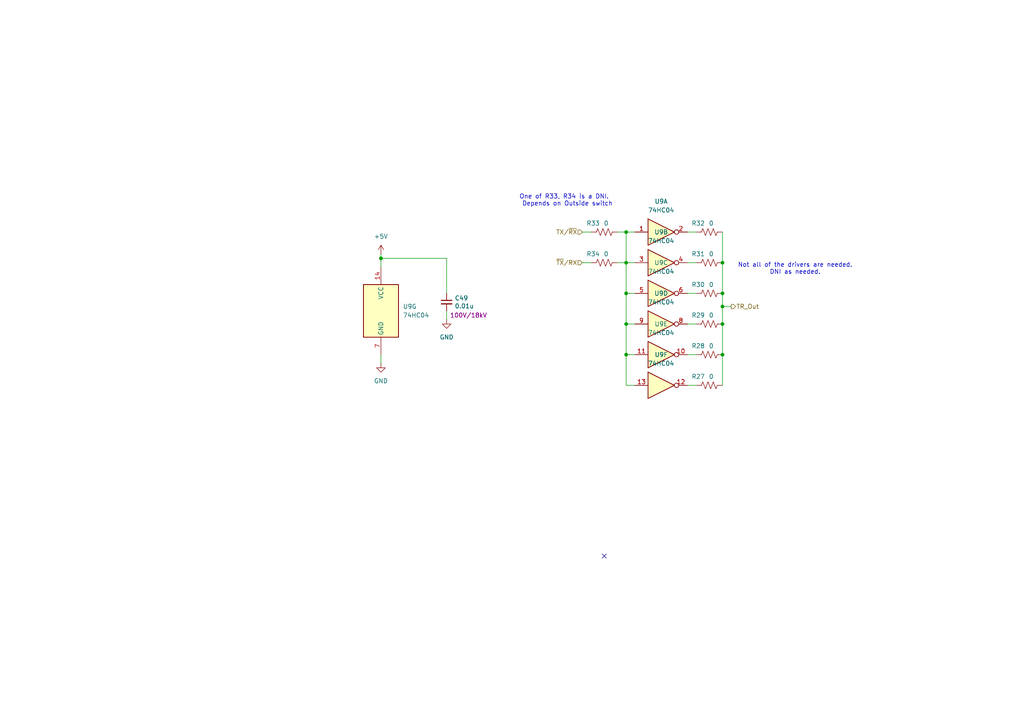
<source format=kicad_sch>
(kicad_sch
	(version 20231120)
	(generator "eeschema")
	(generator_version "8.0")
	(uuid "add2109d-1d0c-489c-8e94-99021d3631a6")
	(paper "A4")
	(lib_symbols
		(symbol "74xx:74HC04"
			(exclude_from_sim no)
			(in_bom yes)
			(on_board yes)
			(property "Reference" "U"
				(at 0 1.27 0)
				(effects
					(font
						(size 1.27 1.27)
					)
				)
			)
			(property "Value" "74HC04"
				(at 0 -1.27 0)
				(effects
					(font
						(size 1.27 1.27)
					)
				)
			)
			(property "Footprint" ""
				(at 0 0 0)
				(effects
					(font
						(size 1.27 1.27)
					)
					(hide yes)
				)
			)
			(property "Datasheet" "https://assets.nexperia.com/documents/data-sheet/74HC_HCT04.pdf"
				(at 0 0 0)
				(effects
					(font
						(size 1.27 1.27)
					)
					(hide yes)
				)
			)
			(property "Description" "Hex Inverter"
				(at 0 0 0)
				(effects
					(font
						(size 1.27 1.27)
					)
					(hide yes)
				)
			)
			(property "ki_locked" ""
				(at 0 0 0)
				(effects
					(font
						(size 1.27 1.27)
					)
				)
			)
			(property "ki_keywords" "HCMOS not inv"
				(at 0 0 0)
				(effects
					(font
						(size 1.27 1.27)
					)
					(hide yes)
				)
			)
			(property "ki_fp_filters" "DIP*W7.62mm* SSOP?14* TSSOP?14*"
				(at 0 0 0)
				(effects
					(font
						(size 1.27 1.27)
					)
					(hide yes)
				)
			)
			(symbol "74HC04_1_0"
				(polyline
					(pts
						(xy -3.81 3.81) (xy -3.81 -3.81) (xy 3.81 0) (xy -3.81 3.81)
					)
					(stroke
						(width 0.254)
						(type default)
					)
					(fill
						(type background)
					)
				)
				(pin input line
					(at -7.62 0 0)
					(length 3.81)
					(name "~"
						(effects
							(font
								(size 1.27 1.27)
							)
						)
					)
					(number "1"
						(effects
							(font
								(size 1.27 1.27)
							)
						)
					)
				)
				(pin output inverted
					(at 7.62 0 180)
					(length 3.81)
					(name "~"
						(effects
							(font
								(size 1.27 1.27)
							)
						)
					)
					(number "2"
						(effects
							(font
								(size 1.27 1.27)
							)
						)
					)
				)
			)
			(symbol "74HC04_2_0"
				(polyline
					(pts
						(xy -3.81 3.81) (xy -3.81 -3.81) (xy 3.81 0) (xy -3.81 3.81)
					)
					(stroke
						(width 0.254)
						(type default)
					)
					(fill
						(type background)
					)
				)
				(pin input line
					(at -7.62 0 0)
					(length 3.81)
					(name "~"
						(effects
							(font
								(size 1.27 1.27)
							)
						)
					)
					(number "3"
						(effects
							(font
								(size 1.27 1.27)
							)
						)
					)
				)
				(pin output inverted
					(at 7.62 0 180)
					(length 3.81)
					(name "~"
						(effects
							(font
								(size 1.27 1.27)
							)
						)
					)
					(number "4"
						(effects
							(font
								(size 1.27 1.27)
							)
						)
					)
				)
			)
			(symbol "74HC04_3_0"
				(polyline
					(pts
						(xy -3.81 3.81) (xy -3.81 -3.81) (xy 3.81 0) (xy -3.81 3.81)
					)
					(stroke
						(width 0.254)
						(type default)
					)
					(fill
						(type background)
					)
				)
				(pin input line
					(at -7.62 0 0)
					(length 3.81)
					(name "~"
						(effects
							(font
								(size 1.27 1.27)
							)
						)
					)
					(number "5"
						(effects
							(font
								(size 1.27 1.27)
							)
						)
					)
				)
				(pin output inverted
					(at 7.62 0 180)
					(length 3.81)
					(name "~"
						(effects
							(font
								(size 1.27 1.27)
							)
						)
					)
					(number "6"
						(effects
							(font
								(size 1.27 1.27)
							)
						)
					)
				)
			)
			(symbol "74HC04_4_0"
				(polyline
					(pts
						(xy -3.81 3.81) (xy -3.81 -3.81) (xy 3.81 0) (xy -3.81 3.81)
					)
					(stroke
						(width 0.254)
						(type default)
					)
					(fill
						(type background)
					)
				)
				(pin output inverted
					(at 7.62 0 180)
					(length 3.81)
					(name "~"
						(effects
							(font
								(size 1.27 1.27)
							)
						)
					)
					(number "8"
						(effects
							(font
								(size 1.27 1.27)
							)
						)
					)
				)
				(pin input line
					(at -7.62 0 0)
					(length 3.81)
					(name "~"
						(effects
							(font
								(size 1.27 1.27)
							)
						)
					)
					(number "9"
						(effects
							(font
								(size 1.27 1.27)
							)
						)
					)
				)
			)
			(symbol "74HC04_5_0"
				(polyline
					(pts
						(xy -3.81 3.81) (xy -3.81 -3.81) (xy 3.81 0) (xy -3.81 3.81)
					)
					(stroke
						(width 0.254)
						(type default)
					)
					(fill
						(type background)
					)
				)
				(pin output inverted
					(at 7.62 0 180)
					(length 3.81)
					(name "~"
						(effects
							(font
								(size 1.27 1.27)
							)
						)
					)
					(number "10"
						(effects
							(font
								(size 1.27 1.27)
							)
						)
					)
				)
				(pin input line
					(at -7.62 0 0)
					(length 3.81)
					(name "~"
						(effects
							(font
								(size 1.27 1.27)
							)
						)
					)
					(number "11"
						(effects
							(font
								(size 1.27 1.27)
							)
						)
					)
				)
			)
			(symbol "74HC04_6_0"
				(polyline
					(pts
						(xy -3.81 3.81) (xy -3.81 -3.81) (xy 3.81 0) (xy -3.81 3.81)
					)
					(stroke
						(width 0.254)
						(type default)
					)
					(fill
						(type background)
					)
				)
				(pin output inverted
					(at 7.62 0 180)
					(length 3.81)
					(name "~"
						(effects
							(font
								(size 1.27 1.27)
							)
						)
					)
					(number "12"
						(effects
							(font
								(size 1.27 1.27)
							)
						)
					)
				)
				(pin input line
					(at -7.62 0 0)
					(length 3.81)
					(name "~"
						(effects
							(font
								(size 1.27 1.27)
							)
						)
					)
					(number "13"
						(effects
							(font
								(size 1.27 1.27)
							)
						)
					)
				)
			)
			(symbol "74HC04_7_0"
				(pin power_in line
					(at 0 12.7 270)
					(length 5.08)
					(name "VCC"
						(effects
							(font
								(size 1.27 1.27)
							)
						)
					)
					(number "14"
						(effects
							(font
								(size 1.27 1.27)
							)
						)
					)
				)
				(pin power_in line
					(at 0 -12.7 90)
					(length 5.08)
					(name "GND"
						(effects
							(font
								(size 1.27 1.27)
							)
						)
					)
					(number "7"
						(effects
							(font
								(size 1.27 1.27)
							)
						)
					)
				)
			)
			(symbol "74HC04_7_1"
				(rectangle
					(start -5.08 7.62)
					(end 5.08 -7.62)
					(stroke
						(width 0.254)
						(type default)
					)
					(fill
						(type background)
					)
				)
			)
		)
		(symbol "Device:C_Small"
			(pin_numbers hide)
			(pin_names
				(offset 0.254) hide)
			(exclude_from_sim no)
			(in_bom yes)
			(on_board yes)
			(property "Reference" "C"
				(at 0.254 1.778 0)
				(effects
					(font
						(size 1.27 1.27)
					)
					(justify left)
				)
			)
			(property "Value" "C_Small"
				(at 0.254 -2.032 0)
				(effects
					(font
						(size 1.27 1.27)
					)
					(justify left)
				)
			)
			(property "Footprint" ""
				(at 0 0 0)
				(effects
					(font
						(size 1.27 1.27)
					)
					(hide yes)
				)
			)
			(property "Datasheet" "~"
				(at 0 0 0)
				(effects
					(font
						(size 1.27 1.27)
					)
					(hide yes)
				)
			)
			(property "Description" "Unpolarized capacitor, small symbol"
				(at 0 0 0)
				(effects
					(font
						(size 1.27 1.27)
					)
					(hide yes)
				)
			)
			(property "ki_keywords" "capacitor cap"
				(at 0 0 0)
				(effects
					(font
						(size 1.27 1.27)
					)
					(hide yes)
				)
			)
			(property "ki_fp_filters" "C_*"
				(at 0 0 0)
				(effects
					(font
						(size 1.27 1.27)
					)
					(hide yes)
				)
			)
			(symbol "C_Small_0_1"
				(polyline
					(pts
						(xy -1.524 -0.508) (xy 1.524 -0.508)
					)
					(stroke
						(width 0.3302)
						(type default)
					)
					(fill
						(type none)
					)
				)
				(polyline
					(pts
						(xy -1.524 0.508) (xy 1.524 0.508)
					)
					(stroke
						(width 0.3048)
						(type default)
					)
					(fill
						(type none)
					)
				)
			)
			(symbol "C_Small_1_1"
				(pin passive line
					(at 0 2.54 270)
					(length 2.032)
					(name "~"
						(effects
							(font
								(size 1.27 1.27)
							)
						)
					)
					(number "1"
						(effects
							(font
								(size 1.27 1.27)
							)
						)
					)
				)
				(pin passive line
					(at 0 -2.54 90)
					(length 2.032)
					(name "~"
						(effects
							(font
								(size 1.27 1.27)
							)
						)
					)
					(number "2"
						(effects
							(font
								(size 1.27 1.27)
							)
						)
					)
				)
			)
		)
		(symbol "Device:R_US"
			(pin_numbers hide)
			(pin_names
				(offset 0)
			)
			(exclude_from_sim no)
			(in_bom yes)
			(on_board yes)
			(property "Reference" "R"
				(at 2.54 0 90)
				(effects
					(font
						(size 1.27 1.27)
					)
				)
			)
			(property "Value" "R_US"
				(at -2.54 0 90)
				(effects
					(font
						(size 1.27 1.27)
					)
				)
			)
			(property "Footprint" ""
				(at 1.016 -0.254 90)
				(effects
					(font
						(size 1.27 1.27)
					)
					(hide yes)
				)
			)
			(property "Datasheet" "~"
				(at 0 0 0)
				(effects
					(font
						(size 1.27 1.27)
					)
					(hide yes)
				)
			)
			(property "Description" "Resistor, US symbol"
				(at 0 0 0)
				(effects
					(font
						(size 1.27 1.27)
					)
					(hide yes)
				)
			)
			(property "ki_keywords" "R res resistor"
				(at 0 0 0)
				(effects
					(font
						(size 1.27 1.27)
					)
					(hide yes)
				)
			)
			(property "ki_fp_filters" "R_*"
				(at 0 0 0)
				(effects
					(font
						(size 1.27 1.27)
					)
					(hide yes)
				)
			)
			(symbol "R_US_0_1"
				(polyline
					(pts
						(xy 0 -2.286) (xy 0 -2.54)
					)
					(stroke
						(width 0)
						(type default)
					)
					(fill
						(type none)
					)
				)
				(polyline
					(pts
						(xy 0 2.286) (xy 0 2.54)
					)
					(stroke
						(width 0)
						(type default)
					)
					(fill
						(type none)
					)
				)
				(polyline
					(pts
						(xy 0 -0.762) (xy 1.016 -1.143) (xy 0 -1.524) (xy -1.016 -1.905) (xy 0 -2.286)
					)
					(stroke
						(width 0)
						(type default)
					)
					(fill
						(type none)
					)
				)
				(polyline
					(pts
						(xy 0 0.762) (xy 1.016 0.381) (xy 0 0) (xy -1.016 -0.381) (xy 0 -0.762)
					)
					(stroke
						(width 0)
						(type default)
					)
					(fill
						(type none)
					)
				)
				(polyline
					(pts
						(xy 0 2.286) (xy 1.016 1.905) (xy 0 1.524) (xy -1.016 1.143) (xy 0 0.762)
					)
					(stroke
						(width 0)
						(type default)
					)
					(fill
						(type none)
					)
				)
			)
			(symbol "R_US_1_1"
				(pin passive line
					(at 0 3.81 270)
					(length 1.27)
					(name "~"
						(effects
							(font
								(size 1.27 1.27)
							)
						)
					)
					(number "1"
						(effects
							(font
								(size 1.27 1.27)
							)
						)
					)
				)
				(pin passive line
					(at 0 -3.81 90)
					(length 1.27)
					(name "~"
						(effects
							(font
								(size 1.27 1.27)
							)
						)
					)
					(number "2"
						(effects
							(font
								(size 1.27 1.27)
							)
						)
					)
				)
			)
		)
		(symbol "power:+5V"
			(power)
			(pin_numbers hide)
			(pin_names
				(offset 0) hide)
			(exclude_from_sim no)
			(in_bom yes)
			(on_board yes)
			(property "Reference" "#PWR"
				(at 0 -3.81 0)
				(effects
					(font
						(size 1.27 1.27)
					)
					(hide yes)
				)
			)
			(property "Value" "+5V"
				(at 0 3.556 0)
				(effects
					(font
						(size 1.27 1.27)
					)
				)
			)
			(property "Footprint" ""
				(at 0 0 0)
				(effects
					(font
						(size 1.27 1.27)
					)
					(hide yes)
				)
			)
			(property "Datasheet" ""
				(at 0 0 0)
				(effects
					(font
						(size 1.27 1.27)
					)
					(hide yes)
				)
			)
			(property "Description" "Power symbol creates a global label with name \"+5V\""
				(at 0 0 0)
				(effects
					(font
						(size 1.27 1.27)
					)
					(hide yes)
				)
			)
			(property "ki_keywords" "global power"
				(at 0 0 0)
				(effects
					(font
						(size 1.27 1.27)
					)
					(hide yes)
				)
			)
			(symbol "+5V_0_1"
				(polyline
					(pts
						(xy -0.762 1.27) (xy 0 2.54)
					)
					(stroke
						(width 0)
						(type default)
					)
					(fill
						(type none)
					)
				)
				(polyline
					(pts
						(xy 0 0) (xy 0 2.54)
					)
					(stroke
						(width 0)
						(type default)
					)
					(fill
						(type none)
					)
				)
				(polyline
					(pts
						(xy 0 2.54) (xy 0.762 1.27)
					)
					(stroke
						(width 0)
						(type default)
					)
					(fill
						(type none)
					)
				)
			)
			(symbol "+5V_1_1"
				(pin power_in line
					(at 0 0 90)
					(length 0)
					(name "~"
						(effects
							(font
								(size 1.27 1.27)
							)
						)
					)
					(number "1"
						(effects
							(font
								(size 1.27 1.27)
							)
						)
					)
				)
			)
		)
		(symbol "power:GND"
			(power)
			(pin_numbers hide)
			(pin_names
				(offset 0) hide)
			(exclude_from_sim no)
			(in_bom yes)
			(on_board yes)
			(property "Reference" "#PWR"
				(at 0 -6.35 0)
				(effects
					(font
						(size 1.27 1.27)
					)
					(hide yes)
				)
			)
			(property "Value" "GND"
				(at 0 -3.81 0)
				(effects
					(font
						(size 1.27 1.27)
					)
				)
			)
			(property "Footprint" ""
				(at 0 0 0)
				(effects
					(font
						(size 1.27 1.27)
					)
					(hide yes)
				)
			)
			(property "Datasheet" ""
				(at 0 0 0)
				(effects
					(font
						(size 1.27 1.27)
					)
					(hide yes)
				)
			)
			(property "Description" "Power symbol creates a global label with name \"GND\" , ground"
				(at 0 0 0)
				(effects
					(font
						(size 1.27 1.27)
					)
					(hide yes)
				)
			)
			(property "ki_keywords" "global power"
				(at 0 0 0)
				(effects
					(font
						(size 1.27 1.27)
					)
					(hide yes)
				)
			)
			(symbol "GND_0_1"
				(polyline
					(pts
						(xy 0 0) (xy 0 -1.27) (xy 1.27 -1.27) (xy 0 -2.54) (xy -1.27 -1.27) (xy 0 -1.27)
					)
					(stroke
						(width 0)
						(type default)
					)
					(fill
						(type none)
					)
				)
			)
			(symbol "GND_1_1"
				(pin power_in line
					(at 0 0 270)
					(length 0)
					(name "~"
						(effects
							(font
								(size 1.27 1.27)
							)
						)
					)
					(number "1"
						(effects
							(font
								(size 1.27 1.27)
							)
						)
					)
				)
			)
		)
	)
	(junction
		(at 209.55 85.09)
		(diameter 0)
		(color 0 0 0 0)
		(uuid "0e530125-2899-4d59-95a8-71606b88badc")
	)
	(junction
		(at 181.61 76.2)
		(diameter 0)
		(color 0 0 0 0)
		(uuid "18eb534a-d057-4e54-8e98-9a32157e1229")
	)
	(junction
		(at 181.61 102.87)
		(diameter 0)
		(color 0 0 0 0)
		(uuid "25599b0a-6330-49d2-b535-8c7591137bf0")
	)
	(junction
		(at 181.61 93.98)
		(diameter 0)
		(color 0 0 0 0)
		(uuid "2a0f8f13-3e06-49ae-b1dc-2fa9596a9e40")
	)
	(junction
		(at 181.61 85.09)
		(diameter 0)
		(color 0 0 0 0)
		(uuid "485dfdd7-800e-4d91-8937-c2d4bdfab597")
	)
	(junction
		(at 181.61 67.31)
		(diameter 0)
		(color 0 0 0 0)
		(uuid "725367ef-5631-45fe-ad94-ef902a9149d4")
	)
	(junction
		(at 209.55 88.9)
		(diameter 0)
		(color 0 0 0 0)
		(uuid "ac2d6797-1ac9-454a-9e1c-9119dece145c")
	)
	(junction
		(at 209.55 76.2)
		(diameter 0)
		(color 0 0 0 0)
		(uuid "b9f1b4d5-a9ee-4a7b-b4d3-9e34987e9e6b")
	)
	(junction
		(at 110.49 74.93)
		(diameter 0)
		(color 0 0 0 0)
		(uuid "bc4cad30-756c-4dbc-aff7-152f47483e43")
	)
	(junction
		(at 209.55 102.87)
		(diameter 0)
		(color 0 0 0 0)
		(uuid "c5fc7f18-8e05-402c-af17-ebd89df20ba3")
	)
	(junction
		(at 209.55 93.98)
		(diameter 0)
		(color 0 0 0 0)
		(uuid "fe4e672e-ec3e-452a-b097-b6b7491ebae2")
	)
	(no_connect
		(at 175.26 161.29)
		(uuid "34587f29-eb74-4088-a5f5-891e368a3ae6")
	)
	(wire
		(pts
			(xy 181.61 102.87) (xy 181.61 111.76)
		)
		(stroke
			(width 0)
			(type default)
		)
		(uuid "019b5c3f-a3ed-47be-b2ed-6e9b38194893")
	)
	(wire
		(pts
			(xy 199.39 85.09) (xy 201.93 85.09)
		)
		(stroke
			(width 0)
			(type default)
		)
		(uuid "04df9df4-34ed-4a48-b8ab-bbfd74cc4931")
	)
	(wire
		(pts
			(xy 199.39 93.98) (xy 201.93 93.98)
		)
		(stroke
			(width 0)
			(type default)
		)
		(uuid "0d70afac-2681-4786-a06e-e8a1b3bc45e3")
	)
	(wire
		(pts
			(xy 181.61 93.98) (xy 181.61 102.87)
		)
		(stroke
			(width 0)
			(type default)
		)
		(uuid "12fe4a80-9b5b-4b6e-9ec2-b38da95dc29a")
	)
	(wire
		(pts
			(xy 181.61 76.2) (xy 181.61 85.09)
		)
		(stroke
			(width 0)
			(type default)
		)
		(uuid "1cd09200-baf1-42b9-baab-98ae7e79508f")
	)
	(wire
		(pts
			(xy 209.55 76.2) (xy 209.55 85.09)
		)
		(stroke
			(width 0)
			(type default)
		)
		(uuid "2d5b9d3d-fb57-4172-9c29-e865b7161a6c")
	)
	(wire
		(pts
			(xy 129.54 90.17) (xy 129.54 92.71)
		)
		(stroke
			(width 0)
			(type default)
		)
		(uuid "35080e36-b831-43fe-a6b6-04b6d64e1986")
	)
	(wire
		(pts
			(xy 199.39 76.2) (xy 201.93 76.2)
		)
		(stroke
			(width 0)
			(type default)
		)
		(uuid "48a89a3b-583d-4038-96e1-da4c7e3b8578")
	)
	(wire
		(pts
			(xy 110.49 102.87) (xy 110.49 105.41)
		)
		(stroke
			(width 0)
			(type default)
		)
		(uuid "572beb69-ad57-4faf-aaf9-be5246e89d17")
	)
	(wire
		(pts
			(xy 168.91 76.2) (xy 171.45 76.2)
		)
		(stroke
			(width 0)
			(type default)
		)
		(uuid "65691a40-5931-46b0-a7a1-519f2ce3d8c9")
	)
	(wire
		(pts
			(xy 181.61 76.2) (xy 184.15 76.2)
		)
		(stroke
			(width 0)
			(type default)
		)
		(uuid "68a9efbd-c3da-4c2c-b95e-c7949ed67790")
	)
	(wire
		(pts
			(xy 110.49 74.93) (xy 129.54 74.93)
		)
		(stroke
			(width 0)
			(type default)
		)
		(uuid "6a1ba26a-81bc-4f76-a651-0554c7d8c95c")
	)
	(wire
		(pts
			(xy 181.61 67.31) (xy 184.15 67.31)
		)
		(stroke
			(width 0)
			(type default)
		)
		(uuid "706feca2-20f3-4403-8206-b5c8e08a7126")
	)
	(wire
		(pts
			(xy 179.07 76.2) (xy 181.61 76.2)
		)
		(stroke
			(width 0)
			(type default)
		)
		(uuid "754307da-0718-4044-9084-06fb983e79a2")
	)
	(wire
		(pts
			(xy 209.55 67.31) (xy 209.55 76.2)
		)
		(stroke
			(width 0)
			(type default)
		)
		(uuid "7a59d0ec-025a-4c42-8564-07da01d77268")
	)
	(wire
		(pts
			(xy 181.61 102.87) (xy 184.15 102.87)
		)
		(stroke
			(width 0)
			(type default)
		)
		(uuid "7c777bec-2470-4b2d-b5a5-b0f8ac7c2559")
	)
	(wire
		(pts
			(xy 181.61 111.76) (xy 184.15 111.76)
		)
		(stroke
			(width 0)
			(type default)
		)
		(uuid "8364ce12-39e7-4cda-9b83-ef03eecd5a23")
	)
	(wire
		(pts
			(xy 110.49 73.66) (xy 110.49 74.93)
		)
		(stroke
			(width 0)
			(type default)
		)
		(uuid "8a7dcd4c-c8ea-4338-a5df-4ec5ffd5dbf7")
	)
	(wire
		(pts
			(xy 110.49 74.93) (xy 110.49 77.47)
		)
		(stroke
			(width 0)
			(type default)
		)
		(uuid "8fda5599-cc3e-46aa-9755-f1ea0eeecfcc")
	)
	(wire
		(pts
			(xy 181.61 85.09) (xy 181.61 93.98)
		)
		(stroke
			(width 0)
			(type default)
		)
		(uuid "9087a617-d199-4bb7-990b-c2f4feb2e15f")
	)
	(wire
		(pts
			(xy 181.61 93.98) (xy 184.15 93.98)
		)
		(stroke
			(width 0)
			(type default)
		)
		(uuid "b810c6c9-3784-4daf-bb1e-66920b0fbf4d")
	)
	(wire
		(pts
			(xy 209.55 93.98) (xy 209.55 102.87)
		)
		(stroke
			(width 0)
			(type default)
		)
		(uuid "ba48fd82-f254-4808-b5af-eb2a27af0232")
	)
	(wire
		(pts
			(xy 179.07 67.31) (xy 181.61 67.31)
		)
		(stroke
			(width 0)
			(type default)
		)
		(uuid "bbfde67d-5fac-4b6e-a922-466c454d35d9")
	)
	(wire
		(pts
			(xy 199.39 111.76) (xy 201.93 111.76)
		)
		(stroke
			(width 0)
			(type default)
		)
		(uuid "bf548b73-300e-44ee-9aff-7eb4e9179473")
	)
	(wire
		(pts
			(xy 168.91 67.31) (xy 171.45 67.31)
		)
		(stroke
			(width 0)
			(type default)
		)
		(uuid "ce33c12e-26ca-41a7-b8b8-cf8a292ebfc3")
	)
	(wire
		(pts
			(xy 199.39 102.87) (xy 201.93 102.87)
		)
		(stroke
			(width 0)
			(type default)
		)
		(uuid "cf7aafe7-6bfd-41a0-8ced-79a8b7694d4d")
	)
	(wire
		(pts
			(xy 199.39 67.31) (xy 201.93 67.31)
		)
		(stroke
			(width 0)
			(type default)
		)
		(uuid "d9c2156f-56f7-4f78-bede-0d0bc35d7159")
	)
	(wire
		(pts
			(xy 209.55 102.87) (xy 209.55 111.76)
		)
		(stroke
			(width 0)
			(type default)
		)
		(uuid "da4186fd-5520-49c7-87aa-37c7c45f0def")
	)
	(wire
		(pts
			(xy 212.09 88.9) (xy 209.55 88.9)
		)
		(stroke
			(width 0)
			(type default)
		)
		(uuid "dbb2ecac-5c62-48b5-9871-e2e3921fecf4")
	)
	(wire
		(pts
			(xy 129.54 74.93) (xy 129.54 85.09)
		)
		(stroke
			(width 0)
			(type default)
		)
		(uuid "f42ed016-151e-4e36-8826-d80c0e75ea75")
	)
	(wire
		(pts
			(xy 209.55 88.9) (xy 209.55 93.98)
		)
		(stroke
			(width 0)
			(type default)
		)
		(uuid "f6385732-a6d8-4cfd-8eac-6f815471be95")
	)
	(wire
		(pts
			(xy 181.61 85.09) (xy 184.15 85.09)
		)
		(stroke
			(width 0)
			(type default)
		)
		(uuid "f79cc7b0-99ce-4ca4-9010-a98284d64ef2")
	)
	(wire
		(pts
			(xy 181.61 67.31) (xy 181.61 76.2)
		)
		(stroke
			(width 0)
			(type default)
		)
		(uuid "fe1899e0-d235-4eb8-be9a-9768b8cab611")
	)
	(wire
		(pts
			(xy 209.55 85.09) (xy 209.55 88.9)
		)
		(stroke
			(width 0)
			(type default)
		)
		(uuid "fe229def-623c-4a9d-a5d6-74153a0a17dc")
	)
	(text "One of R33, R34 is a DNI.  \nDepends on Outside switch"
		(exclude_from_sim no)
		(at 164.592 58.166 0)
		(effects
			(font
				(size 1.27 1.27)
			)
		)
		(uuid "26e1e48f-fe90-49aa-a683-f94683dc8400")
	)
	(text "Not all of the drivers are needed.\nDNI as needed."
		(exclude_from_sim no)
		(at 230.632 77.978 0)
		(effects
			(font
				(size 1.27 1.27)
			)
		)
		(uuid "e8e8926e-0f5c-4389-9bc7-3e68d7ab0e1e")
	)
	(hierarchical_label "TX{slash}~{RX}"
		(shape input)
		(at 168.91 67.31 180)
		(fields_autoplaced yes)
		(effects
			(font
				(size 1.27 1.27)
			)
			(justify right)
		)
		(uuid "202cb6e7-57dc-4f7e-945a-1615eaed51e2")
	)
	(hierarchical_label "TR_Out"
		(shape output)
		(at 212.09 88.9 0)
		(fields_autoplaced yes)
		(effects
			(font
				(size 1.27 1.27)
			)
			(justify left)
		)
		(uuid "42c79b93-f12a-48db-bf1d-a1deeff88111")
	)
	(hierarchical_label "~{TX}{slash}RX"
		(shape input)
		(at 168.91 76.2 180)
		(fields_autoplaced yes)
		(effects
			(font
				(size 1.27 1.27)
			)
			(justify right)
		)
		(uuid "8c57252f-b052-434e-bf0d-2f5080f05e72")
	)
	(symbol
		(lib_id "74xx:74HC04")
		(at 191.77 76.2 0)
		(unit 2)
		(exclude_from_sim no)
		(in_bom yes)
		(on_board yes)
		(dnp no)
		(fields_autoplaced yes)
		(uuid "0518243f-268c-4089-b068-0ee3d72c329b")
		(property "Reference" "U9"
			(at 191.77 67.31 0)
			(effects
				(font
					(size 1.27 1.27)
				)
			)
		)
		(property "Value" "74HC04"
			(at 191.77 69.85 0)
			(effects
				(font
					(size 1.27 1.27)
				)
			)
		)
		(property "Footprint" "Package_SO:TSSOP-14_4.4x5mm_P0.65mm"
			(at 191.77 76.2 0)
			(effects
				(font
					(size 1.27 1.27)
				)
				(hide yes)
			)
		)
		(property "Datasheet" "https://assets.nexperia.com/documents/data-sheet/74HC_HCT04.pdf"
			(at 191.77 76.2 0)
			(effects
				(font
					(size 1.27 1.27)
				)
				(hide yes)
			)
		)
		(property "Description" "Hex Inverter"
			(at 191.77 76.2 0)
			(effects
				(font
					(size 1.27 1.27)
				)
				(hide yes)
			)
		)
		(pin "1"
			(uuid "8b56a36b-c07f-4df3-834b-00d00568cc08")
		)
		(pin "13"
			(uuid "00f66fb5-bc28-41f0-809d-16d3b2565527")
		)
		(pin "14"
			(uuid "bf6480cc-927d-4c04-8826-a8d1600d1b9c")
		)
		(pin "11"
			(uuid "12d34c74-2366-47b1-9047-f9a10f7f88c0")
		)
		(pin "5"
			(uuid "802c9b52-94d4-4dc5-ada2-a90e970814df")
		)
		(pin "2"
			(uuid "339f6871-51f5-40ba-8ef1-4630b930972b")
		)
		(pin "3"
			(uuid "bae571b3-126b-4821-946b-00d92f388f7c")
		)
		(pin "12"
			(uuid "5c31733c-8d00-48a2-b8dd-eff1de9dba45")
		)
		(pin "7"
			(uuid "5ceb5ef2-1c30-4ab3-8cd8-b8a68836c74f")
		)
		(pin "9"
			(uuid "2776d9dc-f007-4ee1-a9d4-a388813116b0")
		)
		(pin "4"
			(uuid "7fa55602-477a-4cc6-8ed7-b793cda2717f")
		)
		(pin "8"
			(uuid "77c5ecf1-5372-421f-952a-84b27f58b578")
		)
		(pin "6"
			(uuid "bd3e20de-3de0-4f1d-8f29-c063ea68364e")
		)
		(pin "10"
			(uuid "6f70dcf7-2157-4f64-b9e7-7b76d8f86948")
		)
		(instances
			(project "SilverSat_Ground_Station"
				(path "/46cfd089-6873-4d8b-89af-02ff30e49472/cbad5a72-a35a-43f2-b9dc-85eb1f7cd3b0"
					(reference "U9")
					(unit 2)
				)
			)
		)
	)
	(symbol
		(lib_id "Device:R_US")
		(at 175.26 76.2 90)
		(unit 1)
		(exclude_from_sim no)
		(in_bom yes)
		(on_board yes)
		(dnp no)
		(uuid "10f11644-3553-44d2-a6be-fc82ed297da2")
		(property "Reference" "R34"
			(at 173.9899 73.66 90)
			(effects
				(font
					(size 1.27 1.27)
				)
				(justify left)
			)
		)
		(property "Value" "0"
			(at 176.5299 73.66 90)
			(effects
				(font
					(size 1.27 1.27)
				)
				(justify left)
			)
		)
		(property "Footprint" "Resistor_SMD:R_0603_1608Metric"
			(at 175.514 75.184 90)
			(effects
				(font
					(size 1.27 1.27)
				)
				(hide yes)
			)
		)
		(property "Datasheet" ""
			(at 175.26 76.2 0)
			(effects
				(font
					(size 1.27 1.27)
				)
				(hide yes)
			)
		)
		(property "Description" ""
			(at 175.26 76.2 0)
			(effects
				(font
					(size 1.27 1.27)
				)
				(hide yes)
			)
		)
		(property "Manufacturer" ""
			(at 175.26 76.2 0)
			(effects
				(font
					(size 1.27 1.27)
				)
				(hide yes)
			)
		)
		(property "Manufacturer_Name" ""
			(at 175.26 76.2 0)
			(effects
				(font
					(size 1.27 1.27)
				)
				(hide yes)
			)
		)
		(property "Height" "0.35"
			(at 175.26 76.2 0)
			(effects
				(font
					(size 1.27 1.27)
				)
				(hide yes)
			)
		)
		(property "MPN" ""
			(at 175.26 76.2 0)
			(effects
				(font
					(size 1.27 1.27)
				)
				(hide yes)
			)
		)
		(property "Mouser Part Number" ""
			(at 175.26 76.2 0)
			(effects
				(font
					(size 1.27 1.27)
				)
				(hide yes)
			)
		)
		(property "Mouser Price/Stock" ""
			(at 175.26 76.2 0)
			(effects
				(font
					(size 1.27 1.27)
				)
				(hide yes)
			)
		)
		(pin "1"
			(uuid "18924905-7d3d-4743-afb9-c17da397cdd5")
		)
		(pin "2"
			(uuid "aaba624d-f012-498c-a07e-d3dd4e3dfef1")
		)
		(instances
			(project "SilverSat_Ground_Station"
				(path "/46cfd089-6873-4d8b-89af-02ff30e49472/cbad5a72-a35a-43f2-b9dc-85eb1f7cd3b0"
					(reference "R34")
					(unit 1)
				)
			)
		)
	)
	(symbol
		(lib_id "power:GND")
		(at 110.49 105.41 0)
		(unit 1)
		(exclude_from_sim no)
		(in_bom yes)
		(on_board yes)
		(dnp no)
		(fields_autoplaced yes)
		(uuid "1226490a-fd7b-4f93-8a63-8d9b964a7574")
		(property "Reference" "#PWR073"
			(at 110.49 111.76 0)
			(effects
				(font
					(size 1.27 1.27)
				)
				(hide yes)
			)
		)
		(property "Value" "GND"
			(at 110.49 110.49 0)
			(effects
				(font
					(size 1.27 1.27)
				)
			)
		)
		(property "Footprint" ""
			(at 110.49 105.41 0)
			(effects
				(font
					(size 1.27 1.27)
				)
				(hide yes)
			)
		)
		(property "Datasheet" ""
			(at 110.49 105.41 0)
			(effects
				(font
					(size 1.27 1.27)
				)
				(hide yes)
			)
		)
		(property "Description" "Power symbol creates a global label with name \"GND\" , ground"
			(at 110.49 105.41 0)
			(effects
				(font
					(size 1.27 1.27)
				)
				(hide yes)
			)
		)
		(pin "1"
			(uuid "1db80176-e40e-4268-98f5-0f293ae77bba")
		)
		(instances
			(project "SilverSat_Ground_Station"
				(path "/46cfd089-6873-4d8b-89af-02ff30e49472/cbad5a72-a35a-43f2-b9dc-85eb1f7cd3b0"
					(reference "#PWR073")
					(unit 1)
				)
			)
		)
	)
	(symbol
		(lib_id "74xx:74HC04")
		(at 110.49 90.17 0)
		(unit 7)
		(exclude_from_sim no)
		(in_bom yes)
		(on_board yes)
		(dnp no)
		(fields_autoplaced yes)
		(uuid "131ef1d5-c6c4-452f-8af4-fecfc1a422fc")
		(property "Reference" "U9"
			(at 116.84 88.8999 0)
			(effects
				(font
					(size 1.27 1.27)
				)
				(justify left)
			)
		)
		(property "Value" "74HC04"
			(at 116.84 91.4399 0)
			(effects
				(font
					(size 1.27 1.27)
				)
				(justify left)
			)
		)
		(property "Footprint" "Package_SO:TSSOP-14_4.4x5mm_P0.65mm"
			(at 110.49 90.17 0)
			(effects
				(font
					(size 1.27 1.27)
				)
				(hide yes)
			)
		)
		(property "Datasheet" "https://assets.nexperia.com/documents/data-sheet/74HC_HCT04.pdf"
			(at 110.49 90.17 0)
			(effects
				(font
					(size 1.27 1.27)
				)
				(hide yes)
			)
		)
		(property "Description" "Hex Inverter"
			(at 110.49 90.17 0)
			(effects
				(font
					(size 1.27 1.27)
				)
				(hide yes)
			)
		)
		(pin "1"
			(uuid "8b56a36b-c07f-4df3-834b-00d00568cc09")
		)
		(pin "13"
			(uuid "00f66fb5-bc28-41f0-809d-16d3b2565528")
		)
		(pin "14"
			(uuid "bf6480cc-927d-4c04-8826-a8d1600d1b9d")
		)
		(pin "11"
			(uuid "12d34c74-2366-47b1-9047-f9a10f7f88c1")
		)
		(pin "5"
			(uuid "802c9b52-94d4-4dc5-ada2-a90e970814e0")
		)
		(pin "2"
			(uuid "339f6871-51f5-40ba-8ef1-4630b930972c")
		)
		(pin "3"
			(uuid "bae571b3-126b-4821-946b-00d92f388f7d")
		)
		(pin "12"
			(uuid "5c31733c-8d00-48a2-b8dd-eff1de9dba46")
		)
		(pin "7"
			(uuid "5ceb5ef2-1c30-4ab3-8cd8-b8a68836c750")
		)
		(pin "9"
			(uuid "2776d9dc-f007-4ee1-a9d4-a388813116b1")
		)
		(pin "4"
			(uuid "7fa55602-477a-4cc6-8ed7-b793cda27180")
		)
		(pin "8"
			(uuid "77c5ecf1-5372-421f-952a-84b27f58b579")
		)
		(pin "6"
			(uuid "bd3e20de-3de0-4f1d-8f29-c063ea68364f")
		)
		(pin "10"
			(uuid "6f70dcf7-2157-4f64-b9e7-7b76d8f86949")
		)
		(instances
			(project "SilverSat_Ground_Station"
				(path "/46cfd089-6873-4d8b-89af-02ff30e49472/cbad5a72-a35a-43f2-b9dc-85eb1f7cd3b0"
					(reference "U9")
					(unit 7)
				)
			)
		)
	)
	(symbol
		(lib_id "74xx:74HC04")
		(at 191.77 67.31 0)
		(unit 1)
		(exclude_from_sim no)
		(in_bom yes)
		(on_board yes)
		(dnp no)
		(fields_autoplaced yes)
		(uuid "19e75920-02ea-4a4b-9a47-c22e57e46352")
		(property "Reference" "U9"
			(at 191.77 58.42 0)
			(effects
				(font
					(size 1.27 1.27)
				)
			)
		)
		(property "Value" "74HC04"
			(at 191.77 60.96 0)
			(effects
				(font
					(size 1.27 1.27)
				)
			)
		)
		(property "Footprint" "Package_SO:TSSOP-14_4.4x5mm_P0.65mm"
			(at 191.77 67.31 0)
			(effects
				(font
					(size 1.27 1.27)
				)
				(hide yes)
			)
		)
		(property "Datasheet" "https://assets.nexperia.com/documents/data-sheet/74HC_HCT04.pdf"
			(at 191.77 67.31 0)
			(effects
				(font
					(size 1.27 1.27)
				)
				(hide yes)
			)
		)
		(property "Description" "Hex Inverter"
			(at 191.77 67.31 0)
			(effects
				(font
					(size 1.27 1.27)
				)
				(hide yes)
			)
		)
		(pin "1"
			(uuid "8b56a36b-c07f-4df3-834b-00d00568cc0a")
		)
		(pin "13"
			(uuid "00f66fb5-bc28-41f0-809d-16d3b2565529")
		)
		(pin "14"
			(uuid "bf6480cc-927d-4c04-8826-a8d1600d1b9e")
		)
		(pin "11"
			(uuid "12d34c74-2366-47b1-9047-f9a10f7f88c2")
		)
		(pin "5"
			(uuid "802c9b52-94d4-4dc5-ada2-a90e970814e1")
		)
		(pin "2"
			(uuid "339f6871-51f5-40ba-8ef1-4630b930972d")
		)
		(pin "3"
			(uuid "bae571b3-126b-4821-946b-00d92f388f7e")
		)
		(pin "12"
			(uuid "5c31733c-8d00-48a2-b8dd-eff1de9dba47")
		)
		(pin "7"
			(uuid "5ceb5ef2-1c30-4ab3-8cd8-b8a68836c751")
		)
		(pin "9"
			(uuid "2776d9dc-f007-4ee1-a9d4-a388813116b2")
		)
		(pin "4"
			(uuid "7fa55602-477a-4cc6-8ed7-b793cda27181")
		)
		(pin "8"
			(uuid "77c5ecf1-5372-421f-952a-84b27f58b57a")
		)
		(pin "6"
			(uuid "bd3e20de-3de0-4f1d-8f29-c063ea683650")
		)
		(pin "10"
			(uuid "6f70dcf7-2157-4f64-b9e7-7b76d8f8694a")
		)
		(instances
			(project "SilverSat_Ground_Station"
				(path "/46cfd089-6873-4d8b-89af-02ff30e49472/cbad5a72-a35a-43f2-b9dc-85eb1f7cd3b0"
					(reference "U9")
					(unit 1)
				)
			)
		)
	)
	(symbol
		(lib_id "power:GND")
		(at 129.54 92.71 0)
		(unit 1)
		(exclude_from_sim no)
		(in_bom yes)
		(on_board yes)
		(dnp no)
		(fields_autoplaced yes)
		(uuid "349b30f2-7f4b-4649-8bd8-29891601f6dd")
		(property "Reference" "#PWR072"
			(at 129.54 99.06 0)
			(effects
				(font
					(size 1.27 1.27)
				)
				(hide yes)
			)
		)
		(property "Value" "GND"
			(at 129.54 97.79 0)
			(effects
				(font
					(size 1.27 1.27)
				)
			)
		)
		(property "Footprint" ""
			(at 129.54 92.71 0)
			(effects
				(font
					(size 1.27 1.27)
				)
				(hide yes)
			)
		)
		(property "Datasheet" ""
			(at 129.54 92.71 0)
			(effects
				(font
					(size 1.27 1.27)
				)
				(hide yes)
			)
		)
		(property "Description" "Power symbol creates a global label with name \"GND\" , ground"
			(at 129.54 92.71 0)
			(effects
				(font
					(size 1.27 1.27)
				)
				(hide yes)
			)
		)
		(pin "1"
			(uuid "1c631e7f-80a8-4894-b54c-cdbc21d5d0c3")
		)
		(instances
			(project "SilverSat_Ground_Station"
				(path "/46cfd089-6873-4d8b-89af-02ff30e49472/cbad5a72-a35a-43f2-b9dc-85eb1f7cd3b0"
					(reference "#PWR072")
					(unit 1)
				)
			)
		)
	)
	(symbol
		(lib_id "74xx:74HC04")
		(at 191.77 102.87 0)
		(unit 5)
		(exclude_from_sim no)
		(in_bom yes)
		(on_board yes)
		(dnp no)
		(fields_autoplaced yes)
		(uuid "3a908df7-0568-4a01-97a6-e3f4f00c3c83")
		(property "Reference" "U9"
			(at 191.77 93.98 0)
			(effects
				(font
					(size 1.27 1.27)
				)
			)
		)
		(property "Value" "74HC04"
			(at 191.77 96.52 0)
			(effects
				(font
					(size 1.27 1.27)
				)
			)
		)
		(property "Footprint" "Package_SO:TSSOP-14_4.4x5mm_P0.65mm"
			(at 191.77 102.87 0)
			(effects
				(font
					(size 1.27 1.27)
				)
				(hide yes)
			)
		)
		(property "Datasheet" "https://assets.nexperia.com/documents/data-sheet/74HC_HCT04.pdf"
			(at 191.77 102.87 0)
			(effects
				(font
					(size 1.27 1.27)
				)
				(hide yes)
			)
		)
		(property "Description" "Hex Inverter"
			(at 191.77 102.87 0)
			(effects
				(font
					(size 1.27 1.27)
				)
				(hide yes)
			)
		)
		(pin "1"
			(uuid "8b56a36b-c07f-4df3-834b-00d00568cc0b")
		)
		(pin "13"
			(uuid "00f66fb5-bc28-41f0-809d-16d3b256552a")
		)
		(pin "14"
			(uuid "bf6480cc-927d-4c04-8826-a8d1600d1b9f")
		)
		(pin "11"
			(uuid "12d34c74-2366-47b1-9047-f9a10f7f88c3")
		)
		(pin "5"
			(uuid "802c9b52-94d4-4dc5-ada2-a90e970814e2")
		)
		(pin "2"
			(uuid "339f6871-51f5-40ba-8ef1-4630b930972e")
		)
		(pin "3"
			(uuid "bae571b3-126b-4821-946b-00d92f388f7f")
		)
		(pin "12"
			(uuid "5c31733c-8d00-48a2-b8dd-eff1de9dba48")
		)
		(pin "7"
			(uuid "5ceb5ef2-1c30-4ab3-8cd8-b8a68836c752")
		)
		(pin "9"
			(uuid "2776d9dc-f007-4ee1-a9d4-a388813116b3")
		)
		(pin "4"
			(uuid "7fa55602-477a-4cc6-8ed7-b793cda27182")
		)
		(pin "8"
			(uuid "77c5ecf1-5372-421f-952a-84b27f58b57b")
		)
		(pin "6"
			(uuid "bd3e20de-3de0-4f1d-8f29-c063ea683651")
		)
		(pin "10"
			(uuid "6f70dcf7-2157-4f64-b9e7-7b76d8f8694b")
		)
		(instances
			(project "SilverSat_Ground_Station"
				(path "/46cfd089-6873-4d8b-89af-02ff30e49472/cbad5a72-a35a-43f2-b9dc-85eb1f7cd3b0"
					(reference "U9")
					(unit 5)
				)
			)
		)
	)
	(symbol
		(lib_id "Device:R_US")
		(at 205.74 76.2 90)
		(unit 1)
		(exclude_from_sim no)
		(in_bom yes)
		(on_board yes)
		(dnp no)
		(uuid "3ac949de-f4ab-4c51-b1df-df29d941d55c")
		(property "Reference" "R31"
			(at 204.4699 73.66 90)
			(effects
				(font
					(size 1.27 1.27)
				)
				(justify left)
			)
		)
		(property "Value" "0"
			(at 207.0099 73.66 90)
			(effects
				(font
					(size 1.27 1.27)
				)
				(justify left)
			)
		)
		(property "Footprint" "Resistor_SMD:R_0603_1608Metric"
			(at 205.994 75.184 90)
			(effects
				(font
					(size 1.27 1.27)
				)
				(hide yes)
			)
		)
		(property "Datasheet" ""
			(at 205.74 76.2 0)
			(effects
				(font
					(size 1.27 1.27)
				)
				(hide yes)
			)
		)
		(property "Description" ""
			(at 205.74 76.2 0)
			(effects
				(font
					(size 1.27 1.27)
				)
				(hide yes)
			)
		)
		(property "Manufacturer" ""
			(at 205.74 76.2 0)
			(effects
				(font
					(size 1.27 1.27)
				)
				(hide yes)
			)
		)
		(property "Manufacturer_Name" ""
			(at 205.74 76.2 0)
			(effects
				(font
					(size 1.27 1.27)
				)
				(hide yes)
			)
		)
		(property "Height" "0.35"
			(at 205.74 76.2 0)
			(effects
				(font
					(size 1.27 1.27)
				)
				(hide yes)
			)
		)
		(property "MPN" ""
			(at 205.74 76.2 0)
			(effects
				(font
					(size 1.27 1.27)
				)
				(hide yes)
			)
		)
		(property "Mouser Part Number" ""
			(at 205.74 76.2 0)
			(effects
				(font
					(size 1.27 1.27)
				)
				(hide yes)
			)
		)
		(property "Mouser Price/Stock" ""
			(at 205.74 76.2 0)
			(effects
				(font
					(size 1.27 1.27)
				)
				(hide yes)
			)
		)
		(pin "1"
			(uuid "0cff051d-38b3-499c-80f0-7a74a1f3af0e")
		)
		(pin "2"
			(uuid "df95e3e5-84e6-4c15-b720-2c62018201fe")
		)
		(instances
			(project "SilverSat_Ground_Station"
				(path "/46cfd089-6873-4d8b-89af-02ff30e49472/cbad5a72-a35a-43f2-b9dc-85eb1f7cd3b0"
					(reference "R31")
					(unit 1)
				)
			)
		)
	)
	(symbol
		(lib_id "74xx:74HC04")
		(at 191.77 93.98 0)
		(unit 4)
		(exclude_from_sim no)
		(in_bom yes)
		(on_board yes)
		(dnp no)
		(fields_autoplaced yes)
		(uuid "58879a19-dd93-4712-93dc-bccbabd6c03e")
		(property "Reference" "U9"
			(at 191.77 85.09 0)
			(effects
				(font
					(size 1.27 1.27)
				)
			)
		)
		(property "Value" "74HC04"
			(at 191.77 87.63 0)
			(effects
				(font
					(size 1.27 1.27)
				)
			)
		)
		(property "Footprint" "Package_SO:TSSOP-14_4.4x5mm_P0.65mm"
			(at 191.77 93.98 0)
			(effects
				(font
					(size 1.27 1.27)
				)
				(hide yes)
			)
		)
		(property "Datasheet" "https://assets.nexperia.com/documents/data-sheet/74HC_HCT04.pdf"
			(at 191.77 93.98 0)
			(effects
				(font
					(size 1.27 1.27)
				)
				(hide yes)
			)
		)
		(property "Description" "Hex Inverter"
			(at 191.77 93.98 0)
			(effects
				(font
					(size 1.27 1.27)
				)
				(hide yes)
			)
		)
		(pin "1"
			(uuid "8b56a36b-c07f-4df3-834b-00d00568cc0c")
		)
		(pin "13"
			(uuid "00f66fb5-bc28-41f0-809d-16d3b256552b")
		)
		(pin "14"
			(uuid "bf6480cc-927d-4c04-8826-a8d1600d1ba0")
		)
		(pin "11"
			(uuid "12d34c74-2366-47b1-9047-f9a10f7f88c4")
		)
		(pin "5"
			(uuid "802c9b52-94d4-4dc5-ada2-a90e970814e3")
		)
		(pin "2"
			(uuid "339f6871-51f5-40ba-8ef1-4630b930972f")
		)
		(pin "3"
			(uuid "bae571b3-126b-4821-946b-00d92f388f80")
		)
		(pin "12"
			(uuid "5c31733c-8d00-48a2-b8dd-eff1de9dba49")
		)
		(pin "7"
			(uuid "5ceb5ef2-1c30-4ab3-8cd8-b8a68836c753")
		)
		(pin "9"
			(uuid "2776d9dc-f007-4ee1-a9d4-a388813116b4")
		)
		(pin "4"
			(uuid "7fa55602-477a-4cc6-8ed7-b793cda27183")
		)
		(pin "8"
			(uuid "77c5ecf1-5372-421f-952a-84b27f58b57c")
		)
		(pin "6"
			(uuid "bd3e20de-3de0-4f1d-8f29-c063ea683652")
		)
		(pin "10"
			(uuid "6f70dcf7-2157-4f64-b9e7-7b76d8f8694c")
		)
		(instances
			(project "SilverSat_Ground_Station"
				(path "/46cfd089-6873-4d8b-89af-02ff30e49472/cbad5a72-a35a-43f2-b9dc-85eb1f7cd3b0"
					(reference "U9")
					(unit 4)
				)
			)
		)
	)
	(symbol
		(lib_id "Device:R_US")
		(at 205.74 102.87 90)
		(unit 1)
		(exclude_from_sim no)
		(in_bom yes)
		(on_board yes)
		(dnp no)
		(uuid "5ab362fc-3ac0-4ae9-8346-225eaad85ace")
		(property "Reference" "R28"
			(at 204.4699 100.33 90)
			(effects
				(font
					(size 1.27 1.27)
				)
				(justify left)
			)
		)
		(property "Value" "0"
			(at 207.0099 100.33 90)
			(effects
				(font
					(size 1.27 1.27)
				)
				(justify left)
			)
		)
		(property "Footprint" "Resistor_SMD:R_0603_1608Metric"
			(at 205.994 101.854 90)
			(effects
				(font
					(size 1.27 1.27)
				)
				(hide yes)
			)
		)
		(property "Datasheet" ""
			(at 205.74 102.87 0)
			(effects
				(font
					(size 1.27 1.27)
				)
				(hide yes)
			)
		)
		(property "Description" ""
			(at 205.74 102.87 0)
			(effects
				(font
					(size 1.27 1.27)
				)
				(hide yes)
			)
		)
		(property "Manufacturer" ""
			(at 205.74 102.87 0)
			(effects
				(font
					(size 1.27 1.27)
				)
				(hide yes)
			)
		)
		(property "Manufacturer_Name" ""
			(at 205.74 102.87 0)
			(effects
				(font
					(size 1.27 1.27)
				)
				(hide yes)
			)
		)
		(property "Height" "0.35"
			(at 205.74 102.87 0)
			(effects
				(font
					(size 1.27 1.27)
				)
				(hide yes)
			)
		)
		(property "MPN" ""
			(at 205.74 102.87 0)
			(effects
				(font
					(size 1.27 1.27)
				)
				(hide yes)
			)
		)
		(property "Mouser Part Number" ""
			(at 205.74 102.87 0)
			(effects
				(font
					(size 1.27 1.27)
				)
				(hide yes)
			)
		)
		(property "Mouser Price/Stock" ""
			(at 205.74 102.87 0)
			(effects
				(font
					(size 1.27 1.27)
				)
				(hide yes)
			)
		)
		(pin "1"
			(uuid "8fdc309f-04f4-4ecc-bc5a-fe69ef4f3e3b")
		)
		(pin "2"
			(uuid "bfeacd95-6646-4157-b75d-73c519265264")
		)
		(instances
			(project "SilverSat_Ground_Station"
				(path "/46cfd089-6873-4d8b-89af-02ff30e49472/cbad5a72-a35a-43f2-b9dc-85eb1f7cd3b0"
					(reference "R28")
					(unit 1)
				)
			)
		)
	)
	(symbol
		(lib_id "74xx:74HC04")
		(at 191.77 85.09 0)
		(unit 3)
		(exclude_from_sim no)
		(in_bom yes)
		(on_board yes)
		(dnp no)
		(fields_autoplaced yes)
		(uuid "aa8b776f-eec7-4dc4-a0cd-6ab88b00cc7b")
		(property "Reference" "U9"
			(at 191.77 76.2 0)
			(effects
				(font
					(size 1.27 1.27)
				)
			)
		)
		(property "Value" "74HC04"
			(at 191.77 78.74 0)
			(effects
				(font
					(size 1.27 1.27)
				)
			)
		)
		(property "Footprint" "Package_SO:TSSOP-14_4.4x5mm_P0.65mm"
			(at 191.77 85.09 0)
			(effects
				(font
					(size 1.27 1.27)
				)
				(hide yes)
			)
		)
		(property "Datasheet" "https://assets.nexperia.com/documents/data-sheet/74HC_HCT04.pdf"
			(at 191.77 85.09 0)
			(effects
				(font
					(size 1.27 1.27)
				)
				(hide yes)
			)
		)
		(property "Description" "Hex Inverter"
			(at 191.77 85.09 0)
			(effects
				(font
					(size 1.27 1.27)
				)
				(hide yes)
			)
		)
		(pin "1"
			(uuid "8b56a36b-c07f-4df3-834b-00d00568cc0d")
		)
		(pin "13"
			(uuid "00f66fb5-bc28-41f0-809d-16d3b256552c")
		)
		(pin "14"
			(uuid "bf6480cc-927d-4c04-8826-a8d1600d1ba1")
		)
		(pin "11"
			(uuid "12d34c74-2366-47b1-9047-f9a10f7f88c5")
		)
		(pin "5"
			(uuid "802c9b52-94d4-4dc5-ada2-a90e970814e4")
		)
		(pin "2"
			(uuid "339f6871-51f5-40ba-8ef1-4630b9309730")
		)
		(pin "3"
			(uuid "bae571b3-126b-4821-946b-00d92f388f81")
		)
		(pin "12"
			(uuid "5c31733c-8d00-48a2-b8dd-eff1de9dba4a")
		)
		(pin "7"
			(uuid "5ceb5ef2-1c30-4ab3-8cd8-b8a68836c754")
		)
		(pin "9"
			(uuid "2776d9dc-f007-4ee1-a9d4-a388813116b5")
		)
		(pin "4"
			(uuid "7fa55602-477a-4cc6-8ed7-b793cda27184")
		)
		(pin "8"
			(uuid "77c5ecf1-5372-421f-952a-84b27f58b57d")
		)
		(pin "6"
			(uuid "bd3e20de-3de0-4f1d-8f29-c063ea683653")
		)
		(pin "10"
			(uuid "6f70dcf7-2157-4f64-b9e7-7b76d8f8694d")
		)
		(instances
			(project "SilverSat_Ground_Station"
				(path "/46cfd089-6873-4d8b-89af-02ff30e49472/cbad5a72-a35a-43f2-b9dc-85eb1f7cd3b0"
					(reference "U9")
					(unit 3)
				)
			)
		)
	)
	(symbol
		(lib_id "Device:R_US")
		(at 205.74 67.31 90)
		(unit 1)
		(exclude_from_sim no)
		(in_bom yes)
		(on_board yes)
		(dnp no)
		(uuid "bcdc3120-9f51-439b-a341-099292a17805")
		(property "Reference" "R32"
			(at 204.4699 64.77 90)
			(effects
				(font
					(size 1.27 1.27)
				)
				(justify left)
			)
		)
		(property "Value" "0"
			(at 207.0099 64.77 90)
			(effects
				(font
					(size 1.27 1.27)
				)
				(justify left)
			)
		)
		(property "Footprint" "Resistor_SMD:R_0603_1608Metric"
			(at 205.994 66.294 90)
			(effects
				(font
					(size 1.27 1.27)
				)
				(hide yes)
			)
		)
		(property "Datasheet" ""
			(at 205.74 67.31 0)
			(effects
				(font
					(size 1.27 1.27)
				)
				(hide yes)
			)
		)
		(property "Description" ""
			(at 205.74 67.31 0)
			(effects
				(font
					(size 1.27 1.27)
				)
				(hide yes)
			)
		)
		(property "Manufacturer" ""
			(at 205.74 67.31 0)
			(effects
				(font
					(size 1.27 1.27)
				)
				(hide yes)
			)
		)
		(property "Manufacturer_Name" ""
			(at 205.74 67.31 0)
			(effects
				(font
					(size 1.27 1.27)
				)
				(hide yes)
			)
		)
		(property "Height" "0.35"
			(at 205.74 67.31 0)
			(effects
				(font
					(size 1.27 1.27)
				)
				(hide yes)
			)
		)
		(property "MPN" ""
			(at 205.74 67.31 0)
			(effects
				(font
					(size 1.27 1.27)
				)
				(hide yes)
			)
		)
		(property "Mouser Part Number" ""
			(at 205.74 67.31 0)
			(effects
				(font
					(size 1.27 1.27)
				)
				(hide yes)
			)
		)
		(property "Mouser Price/Stock" ""
			(at 205.74 67.31 0)
			(effects
				(font
					(size 1.27 1.27)
				)
				(hide yes)
			)
		)
		(pin "1"
			(uuid "ebdd03aa-4100-40a7-a068-deb9fea5b24b")
		)
		(pin "2"
			(uuid "3061f45a-6ac9-4635-ab98-a39eb869ff1c")
		)
		(instances
			(project "SilverSat_Ground_Station"
				(path "/46cfd089-6873-4d8b-89af-02ff30e49472/cbad5a72-a35a-43f2-b9dc-85eb1f7cd3b0"
					(reference "R32")
					(unit 1)
				)
			)
		)
	)
	(symbol
		(lib_id "74xx:74HC04")
		(at 191.77 111.76 0)
		(unit 6)
		(exclude_from_sim no)
		(in_bom yes)
		(on_board yes)
		(dnp no)
		(fields_autoplaced yes)
		(uuid "c0fdfa82-3415-4a1d-af48-8f3583a31556")
		(property "Reference" "U9"
			(at 191.77 102.87 0)
			(effects
				(font
					(size 1.27 1.27)
				)
			)
		)
		(property "Value" "74HC04"
			(at 191.77 105.41 0)
			(effects
				(font
					(size 1.27 1.27)
				)
			)
		)
		(property "Footprint" "Package_SO:TSSOP-14_4.4x5mm_P0.65mm"
			(at 191.77 111.76 0)
			(effects
				(font
					(size 1.27 1.27)
				)
				(hide yes)
			)
		)
		(property "Datasheet" "https://assets.nexperia.com/documents/data-sheet/74HC_HCT04.pdf"
			(at 191.77 111.76 0)
			(effects
				(font
					(size 1.27 1.27)
				)
				(hide yes)
			)
		)
		(property "Description" "Hex Inverter"
			(at 191.77 111.76 0)
			(effects
				(font
					(size 1.27 1.27)
				)
				(hide yes)
			)
		)
		(pin "1"
			(uuid "8b56a36b-c07f-4df3-834b-00d00568cc0e")
		)
		(pin "13"
			(uuid "00f66fb5-bc28-41f0-809d-16d3b256552d")
		)
		(pin "14"
			(uuid "bf6480cc-927d-4c04-8826-a8d1600d1ba2")
		)
		(pin "11"
			(uuid "12d34c74-2366-47b1-9047-f9a10f7f88c6")
		)
		(pin "5"
			(uuid "802c9b52-94d4-4dc5-ada2-a90e970814e5")
		)
		(pin "2"
			(uuid "339f6871-51f5-40ba-8ef1-4630b9309731")
		)
		(pin "3"
			(uuid "bae571b3-126b-4821-946b-00d92f388f82")
		)
		(pin "12"
			(uuid "5c31733c-8d00-48a2-b8dd-eff1de9dba4b")
		)
		(pin "7"
			(uuid "5ceb5ef2-1c30-4ab3-8cd8-b8a68836c755")
		)
		(pin "9"
			(uuid "2776d9dc-f007-4ee1-a9d4-a388813116b6")
		)
		(pin "4"
			(uuid "7fa55602-477a-4cc6-8ed7-b793cda27185")
		)
		(pin "8"
			(uuid "77c5ecf1-5372-421f-952a-84b27f58b57e")
		)
		(pin "6"
			(uuid "bd3e20de-3de0-4f1d-8f29-c063ea683654")
		)
		(pin "10"
			(uuid "6f70dcf7-2157-4f64-b9e7-7b76d8f8694e")
		)
		(instances
			(project "SilverSat_Ground_Station"
				(path "/46cfd089-6873-4d8b-89af-02ff30e49472/cbad5a72-a35a-43f2-b9dc-85eb1f7cd3b0"
					(reference "U9")
					(unit 6)
				)
			)
		)
	)
	(symbol
		(lib_id "Device:C_Small")
		(at 129.54 87.63 0)
		(unit 1)
		(exclude_from_sim no)
		(in_bom yes)
		(on_board yes)
		(dnp no)
		(uuid "c1735f53-a21c-4acc-9fc7-032cf03ce4b7")
		(property "Reference" "C49"
			(at 131.8768 86.4616 0)
			(effects
				(font
					(size 1.27 1.27)
				)
				(justify left)
			)
		)
		(property "Value" "0.01u"
			(at 131.8768 88.773 0)
			(effects
				(font
					(size 1.27 1.27)
				)
				(justify left)
			)
		)
		(property "Footprint" "Capacitor_SMD:C_0603_1608Metric"
			(at 129.54 87.63 0)
			(effects
				(font
					(size 1.27 1.27)
				)
				(hide yes)
			)
		)
		(property "Datasheet" ""
			(at 129.54 87.63 0)
			(effects
				(font
					(size 1.27 1.27)
				)
				(hide yes)
			)
		)
		(property "Description" ""
			(at 129.54 87.63 0)
			(effects
				(font
					(size 1.27 1.27)
				)
				(hide yes)
			)
		)
		(property "Manufacturer" "AVX"
			(at 129.54 87.63 0)
			(effects
				(font
					(size 1.27 1.27)
				)
				(hide yes)
			)
		)
		(property "Voltage" "100V/18kV"
			(at 135.89 91.44 0)
			(effects
				(font
					(size 1.27 1.27)
				)
			)
		)
		(property "MPN" "ESD31C103K4T2A-18"
			(at 129.54 87.63 0)
			(effects
				(font
					(size 1.27 1.27)
				)
				(hide yes)
			)
		)
		(property "DNP" ""
			(at 129.54 87.63 0)
			(effects
				(font
					(size 1.27 1.27)
				)
				(hide yes)
			)
		)
		(pin "1"
			(uuid "c9ca8ada-4f19-4f85-b343-5bf24095ad55")
		)
		(pin "2"
			(uuid "6e4ca683-72c4-4a28-bd13-dccbf66f644d")
		)
		(instances
			(project "SilverSat_Ground_Station"
				(path "/46cfd089-6873-4d8b-89af-02ff30e49472/cbad5a72-a35a-43f2-b9dc-85eb1f7cd3b0"
					(reference "C49")
					(unit 1)
				)
			)
		)
	)
	(symbol
		(lib_id "Device:R_US")
		(at 175.26 67.31 90)
		(unit 1)
		(exclude_from_sim no)
		(in_bom yes)
		(on_board yes)
		(dnp no)
		(uuid "c65e3a27-2f1d-4a91-858d-0e93d8981270")
		(property "Reference" "R33"
			(at 173.9899 64.77 90)
			(effects
				(font
					(size 1.27 1.27)
				)
				(justify left)
			)
		)
		(property "Value" "0"
			(at 176.5299 64.77 90)
			(effects
				(font
					(size 1.27 1.27)
				)
				(justify left)
			)
		)
		(property "Footprint" "Resistor_SMD:R_0603_1608Metric"
			(at 175.514 66.294 90)
			(effects
				(font
					(size 1.27 1.27)
				)
				(hide yes)
			)
		)
		(property "Datasheet" ""
			(at 175.26 67.31 0)
			(effects
				(font
					(size 1.27 1.27)
				)
				(hide yes)
			)
		)
		(property "Description" ""
			(at 175.26 67.31 0)
			(effects
				(font
					(size 1.27 1.27)
				)
				(hide yes)
			)
		)
		(property "Manufacturer" ""
			(at 175.26 67.31 0)
			(effects
				(font
					(size 1.27 1.27)
				)
				(hide yes)
			)
		)
		(property "Manufacturer_Name" ""
			(at 175.26 67.31 0)
			(effects
				(font
					(size 1.27 1.27)
				)
				(hide yes)
			)
		)
		(property "Height" "0.35"
			(at 175.26 67.31 0)
			(effects
				(font
					(size 1.27 1.27)
				)
				(hide yes)
			)
		)
		(property "MPN" ""
			(at 175.26 67.31 0)
			(effects
				(font
					(size 1.27 1.27)
				)
				(hide yes)
			)
		)
		(property "Mouser Part Number" ""
			(at 175.26 67.31 0)
			(effects
				(font
					(size 1.27 1.27)
				)
				(hide yes)
			)
		)
		(property "Mouser Price/Stock" ""
			(at 175.26 67.31 0)
			(effects
				(font
					(size 1.27 1.27)
				)
				(hide yes)
			)
		)
		(pin "1"
			(uuid "4f391fec-be03-4168-a325-fc4da7abb8c1")
		)
		(pin "2"
			(uuid "352e2df1-5801-4cfa-90db-95c0fa12c2d0")
		)
		(instances
			(project "SilverSat_Ground_Station"
				(path "/46cfd089-6873-4d8b-89af-02ff30e49472/cbad5a72-a35a-43f2-b9dc-85eb1f7cd3b0"
					(reference "R33")
					(unit 1)
				)
			)
		)
	)
	(symbol
		(lib_id "power:+5V")
		(at 110.49 73.66 0)
		(unit 1)
		(exclude_from_sim no)
		(in_bom yes)
		(on_board yes)
		(dnp no)
		(fields_autoplaced yes)
		(uuid "c6b63b00-4111-4232-af27-d5c7b16bad24")
		(property "Reference" "#PWR069"
			(at 110.49 77.47 0)
			(effects
				(font
					(size 1.27 1.27)
				)
				(hide yes)
			)
		)
		(property "Value" "+5V"
			(at 110.49 68.58 0)
			(effects
				(font
					(size 1.27 1.27)
				)
			)
		)
		(property "Footprint" ""
			(at 110.49 73.66 0)
			(effects
				(font
					(size 1.27 1.27)
				)
				(hide yes)
			)
		)
		(property "Datasheet" ""
			(at 110.49 73.66 0)
			(effects
				(font
					(size 1.27 1.27)
				)
				(hide yes)
			)
		)
		(property "Description" "Power symbol creates a global label with name \"+5V\""
			(at 110.49 73.66 0)
			(effects
				(font
					(size 1.27 1.27)
				)
				(hide yes)
			)
		)
		(pin "1"
			(uuid "519a08b5-4b5d-4fbf-9f73-d1b8dd60001b")
		)
		(instances
			(project "SilverSat_Ground_Station"
				(path "/46cfd089-6873-4d8b-89af-02ff30e49472/cbad5a72-a35a-43f2-b9dc-85eb1f7cd3b0"
					(reference "#PWR069")
					(unit 1)
				)
			)
		)
	)
	(symbol
		(lib_id "Device:R_US")
		(at 205.74 85.09 90)
		(unit 1)
		(exclude_from_sim no)
		(in_bom yes)
		(on_board yes)
		(dnp no)
		(uuid "cf33c69d-2eb9-4c9e-b6c4-46b7df659113")
		(property "Reference" "R30"
			(at 204.4699 82.55 90)
			(effects
				(font
					(size 1.27 1.27)
				)
				(justify left)
			)
		)
		(property "Value" "0"
			(at 207.0099 82.55 90)
			(effects
				(font
					(size 1.27 1.27)
				)
				(justify left)
			)
		)
		(property "Footprint" "Resistor_SMD:R_0603_1608Metric"
			(at 205.994 84.074 90)
			(effects
				(font
					(size 1.27 1.27)
				)
				(hide yes)
			)
		)
		(property "Datasheet" ""
			(at 205.74 85.09 0)
			(effects
				(font
					(size 1.27 1.27)
				)
				(hide yes)
			)
		)
		(property "Description" ""
			(at 205.74 85.09 0)
			(effects
				(font
					(size 1.27 1.27)
				)
				(hide yes)
			)
		)
		(property "Manufacturer" ""
			(at 205.74 85.09 0)
			(effects
				(font
					(size 1.27 1.27)
				)
				(hide yes)
			)
		)
		(property "Manufacturer_Name" ""
			(at 205.74 85.09 0)
			(effects
				(font
					(size 1.27 1.27)
				)
				(hide yes)
			)
		)
		(property "Height" "0.35"
			(at 205.74 85.09 0)
			(effects
				(font
					(size 1.27 1.27)
				)
				(hide yes)
			)
		)
		(property "MPN" ""
			(at 205.74 85.09 0)
			(effects
				(font
					(size 1.27 1.27)
				)
				(hide yes)
			)
		)
		(property "Mouser Part Number" ""
			(at 205.74 85.09 0)
			(effects
				(font
					(size 1.27 1.27)
				)
				(hide yes)
			)
		)
		(property "Mouser Price/Stock" ""
			(at 205.74 85.09 0)
			(effects
				(font
					(size 1.27 1.27)
				)
				(hide yes)
			)
		)
		(pin "1"
			(uuid "359a3de6-4115-446b-b690-631476e7c4b5")
		)
		(pin "2"
			(uuid "41ebc447-15d8-47c6-bf4e-26026e220947")
		)
		(instances
			(project "SilverSat_Ground_Station"
				(path "/46cfd089-6873-4d8b-89af-02ff30e49472/cbad5a72-a35a-43f2-b9dc-85eb1f7cd3b0"
					(reference "R30")
					(unit 1)
				)
			)
		)
	)
	(symbol
		(lib_id "Device:R_US")
		(at 205.74 93.98 90)
		(unit 1)
		(exclude_from_sim no)
		(in_bom yes)
		(on_board yes)
		(dnp no)
		(uuid "d5ef6db5-cd0c-4908-96e2-591dd2b7c2bc")
		(property "Reference" "R29"
			(at 204.4699 91.44 90)
			(effects
				(font
					(size 1.27 1.27)
				)
				(justify left)
			)
		)
		(property "Value" "0"
			(at 207.0099 91.44 90)
			(effects
				(font
					(size 1.27 1.27)
				)
				(justify left)
			)
		)
		(property "Footprint" "Resistor_SMD:R_0603_1608Metric"
			(at 205.994 92.964 90)
			(effects
				(font
					(size 1.27 1.27)
				)
				(hide yes)
			)
		)
		(property "Datasheet" ""
			(at 205.74 93.98 0)
			(effects
				(font
					(size 1.27 1.27)
				)
				(hide yes)
			)
		)
		(property "Description" ""
			(at 205.74 93.98 0)
			(effects
				(font
					(size 1.27 1.27)
				)
				(hide yes)
			)
		)
		(property "Manufacturer" ""
			(at 205.74 93.98 0)
			(effects
				(font
					(size 1.27 1.27)
				)
				(hide yes)
			)
		)
		(property "Manufacturer_Name" ""
			(at 205.74 93.98 0)
			(effects
				(font
					(size 1.27 1.27)
				)
				(hide yes)
			)
		)
		(property "Height" "0.35"
			(at 205.74 93.98 0)
			(effects
				(font
					(size 1.27 1.27)
				)
				(hide yes)
			)
		)
		(property "MPN" ""
			(at 205.74 93.98 0)
			(effects
				(font
					(size 1.27 1.27)
				)
				(hide yes)
			)
		)
		(property "Mouser Part Number" ""
			(at 205.74 93.98 0)
			(effects
				(font
					(size 1.27 1.27)
				)
				(hide yes)
			)
		)
		(property "Mouser Price/Stock" ""
			(at 205.74 93.98 0)
			(effects
				(font
					(size 1.27 1.27)
				)
				(hide yes)
			)
		)
		(pin "1"
			(uuid "be2fcdca-f163-417a-9188-6151c74fcb91")
		)
		(pin "2"
			(uuid "70d313f4-e303-4c00-b521-156393b1b09d")
		)
		(instances
			(project "SilverSat_Ground_Station"
				(path "/46cfd089-6873-4d8b-89af-02ff30e49472/cbad5a72-a35a-43f2-b9dc-85eb1f7cd3b0"
					(reference "R29")
					(unit 1)
				)
			)
		)
	)
	(symbol
		(lib_id "Device:R_US")
		(at 205.74 111.76 90)
		(unit 1)
		(exclude_from_sim no)
		(in_bom yes)
		(on_board yes)
		(dnp no)
		(uuid "ee122679-69e3-4317-989b-d3469f5a5a2a")
		(property "Reference" "R27"
			(at 204.4699 109.22 90)
			(effects
				(font
					(size 1.27 1.27)
				)
				(justify left)
			)
		)
		(property "Value" "0"
			(at 207.0099 109.22 90)
			(effects
				(font
					(size 1.27 1.27)
				)
				(justify left)
			)
		)
		(property "Footprint" "Resistor_SMD:R_0603_1608Metric"
			(at 205.994 110.744 90)
			(effects
				(font
					(size 1.27 1.27)
				)
				(hide yes)
			)
		)
		(property "Datasheet" ""
			(at 205.74 111.76 0)
			(effects
				(font
					(size 1.27 1.27)
				)
				(hide yes)
			)
		)
		(property "Description" ""
			(at 205.74 111.76 0)
			(effects
				(font
					(size 1.27 1.27)
				)
				(hide yes)
			)
		)
		(property "Manufacturer" ""
			(at 205.74 111.76 0)
			(effects
				(font
					(size 1.27 1.27)
				)
				(hide yes)
			)
		)
		(property "Manufacturer_Name" ""
			(at 205.74 111.76 0)
			(effects
				(font
					(size 1.27 1.27)
				)
				(hide yes)
			)
		)
		(property "Height" "0.35"
			(at 205.74 111.76 0)
			(effects
				(font
					(size 1.27 1.27)
				)
				(hide yes)
			)
		)
		(property "MPN" ""
			(at 205.74 111.76 0)
			(effects
				(font
					(size 1.27 1.27)
				)
				(hide yes)
			)
		)
		(property "Mouser Part Number" ""
			(at 205.74 111.76 0)
			(effects
				(font
					(size 1.27 1.27)
				)
				(hide yes)
			)
		)
		(property "Mouser Price/Stock" ""
			(at 205.74 111.76 0)
			(effects
				(font
					(size 1.27 1.27)
				)
				(hide yes)
			)
		)
		(pin "1"
			(uuid "146f3bda-d22f-452b-87b6-06e3acc770b6")
		)
		(pin "2"
			(uuid "82ce290b-3eab-4368-baca-b69a6e437f2b")
		)
		(instances
			(project "SilverSat_Ground_Station"
				(path "/46cfd089-6873-4d8b-89af-02ff30e49472/cbad5a72-a35a-43f2-b9dc-85eb1f7cd3b0"
					(reference "R27")
					(unit 1)
				)
			)
		)
	)
)

</source>
